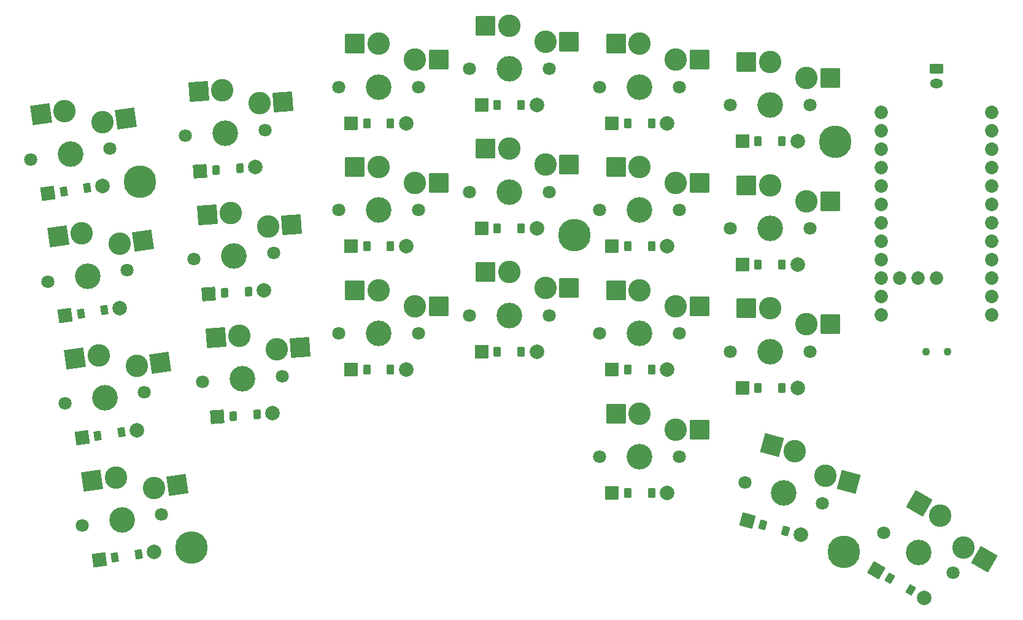
<source format=gbr>
%TF.GenerationSoftware,KiCad,Pcbnew,9.0.3*%
%TF.CreationDate,2025-07-25T16:03:50+02:00*%
%TF.ProjectId,left_pcb,6c656674-5f70-4636-922e-6b696361645f,v1.0.0*%
%TF.SameCoordinates,Original*%
%TF.FileFunction,Soldermask,Bot*%
%TF.FilePolarity,Negative*%
%FSLAX46Y46*%
G04 Gerber Fmt 4.6, Leading zero omitted, Abs format (unit mm)*
G04 Created by KiCad (PCBNEW 9.0.3) date 2025-07-25 16:03:50*
%MOMM*%
%LPD*%
G01*
G04 APERTURE LIST*
G04 Aperture macros list*
%AMRoundRect*
0 Rectangle with rounded corners*
0 $1 Rounding radius*
0 $2 $3 $4 $5 $6 $7 $8 $9 X,Y pos of 4 corners*
0 Add a 4 corners polygon primitive as box body*
4,1,4,$2,$3,$4,$5,$6,$7,$8,$9,$2,$3,0*
0 Add four circle primitives for the rounded corners*
1,1,$1+$1,$2,$3*
1,1,$1+$1,$4,$5*
1,1,$1+$1,$6,$7*
1,1,$1+$1,$8,$9*
0 Add four rect primitives between the rounded corners*
20,1,$1+$1,$2,$3,$4,$5,0*
20,1,$1+$1,$4,$5,$6,$7,0*
20,1,$1+$1,$6,$7,$8,$9,0*
20,1,$1+$1,$8,$9,$2,$3,0*%
G04 Aperture macros list end*
%ADD10C,1.100000*%
%ADD11RoundRect,0.050000X-0.756623X-1.004073X1.004073X-0.756623X0.756623X1.004073X-1.004073X0.756623X0*%
%ADD12RoundRect,0.050000X-0.362117X-0.656789X0.529124X-0.531533X0.362117X0.656789X-0.529124X0.531533X0*%
%ADD13C,2.005000*%
%ADD14C,1.801800*%
%ADD15C,3.100000*%
%ADD16C,3.529000*%
%ADD17RoundRect,0.050000X-1.300000X-1.300000X1.300000X-1.300000X1.300000X1.300000X-1.300000X1.300000X0*%
%ADD18RoundRect,0.050000X-0.889000X-0.889000X0.889000X-0.889000X0.889000X0.889000X-0.889000X0.889000X0*%
%ADD19RoundRect,0.050000X-0.450000X-0.600000X0.450000X-0.600000X0.450000X0.600000X-0.450000X0.600000X0*%
%ADD20RoundRect,0.050000X-1.775833X-0.475833X0.475833X-1.775833X1.775833X0.475833X-0.475833X1.775833X0*%
%ADD21C,0.800000*%
%ADD22C,4.500000*%
%ADD23RoundRect,0.050000X-0.850000X0.600000X-0.850000X-0.600000X0.850000X-0.600000X0.850000X0.600000X0*%
%ADD24O,1.800000X1.300000*%
%ADD25RoundRect,0.050000X-0.824821X-0.948848X0.948848X-0.824821X0.824821X0.948848X-0.948848X0.824821X0*%
%ADD26RoundRect,0.050000X-0.407050X-0.629929X0.490758X-0.567148X0.407050X0.629929X-0.490758X0.567148X0*%
%ADD27RoundRect,0.050000X-1.214397X-0.325397X0.325397X-1.214397X1.214397X0.325397X-0.325397X1.214397X0*%
%ADD28RoundRect,0.050000X-0.689711X-0.294615X0.089711X-0.744615X0.689711X0.294615X-0.089711X0.744615X0*%
%ADD29RoundRect,0.050000X-1.206150X-1.387517X1.387517X-1.206150X1.206150X1.387517X-1.387517X1.206150X0*%
%ADD30C,1.852600*%
%ADD31RoundRect,0.050000X-1.106423X-1.468274X1.468274X-1.106423X1.106423X1.468274X-1.468274X1.106423X0*%
%ADD32RoundRect,0.050000X-1.088798X-0.628618X0.628618X-1.088798X1.088798X0.628618X-0.628618X1.088798X0*%
%ADD33RoundRect,0.050000X-0.589958X-0.463087X0.279375X-0.696024X0.589958X0.463087X-0.279375X0.696024X0*%
%ADD34RoundRect,0.050000X-1.592168X-0.919239X0.919239X-1.592168X1.592168X0.919239X-0.919239X1.592168X0*%
G04 APERTURE END LIST*
D10*
%TO.C,T1*%
X200958333Y-125028053D03*
X197958339Y-125028055D03*
%TD*%
D11*
%TO.C,D3*%
X79217200Y-120089082D03*
D12*
X81356179Y-119788464D03*
X84624063Y-119329198D03*
D13*
X86763042Y-119028580D03*
%TD*%
D14*
%TO.C,S9*%
X116958333Y-105528058D03*
D15*
X122458333Y-99578058D03*
D16*
X122458333Y-105528058D03*
D15*
X127458332Y-101778056D03*
D14*
X127958333Y-105528058D03*
D17*
X119183333Y-99578058D03*
X130733333Y-101778058D03*
%TD*%
D18*
%TO.C,D8*%
X118648337Y-127528055D03*
D19*
X120808337Y-127528055D03*
X124108337Y-127528055D03*
D13*
X126268337Y-127528055D03*
%TD*%
D18*
%TO.C,D14*%
X154648336Y-144528055D03*
D19*
X156808336Y-144528055D03*
X160108336Y-144528055D03*
D13*
X162268336Y-144528055D03*
%TD*%
D18*
%TO.C,D12*%
X136648335Y-108028054D03*
D19*
X138808335Y-108028054D03*
X142108335Y-108028054D03*
D13*
X144268335Y-108028054D03*
%TD*%
D14*
%TO.C,S17*%
X152958339Y-88528055D03*
D15*
X158458339Y-82578055D03*
D16*
X158458339Y-88528055D03*
D15*
X163458338Y-84778053D03*
D14*
X163958339Y-88528055D03*
D17*
X155183339Y-82578055D03*
X166733339Y-84778055D03*
%TD*%
D14*
%TO.C,S22*%
X192179936Y-150034878D03*
D15*
X199918076Y-147632027D03*
D16*
X196943076Y-152784878D03*
D15*
X203148203Y-152037281D03*
D14*
X201706216Y-155534878D03*
D20*
X197081843Y-145994527D03*
X205984436Y-153674783D03*
%TD*%
D11*
%TO.C,D2*%
X81583143Y-136923641D03*
D12*
X83722122Y-136623023D03*
X86990006Y-136163757D03*
D13*
X89128985Y-135863139D03*
%TD*%
D14*
%TO.C,S13*%
X134958337Y-86028056D03*
D15*
X140458337Y-80078056D03*
D16*
X140458337Y-86028056D03*
D15*
X145458336Y-82278054D03*
D14*
X145958337Y-86028056D03*
D17*
X137183337Y-80078056D03*
X148733337Y-82278056D03*
%TD*%
D18*
%TO.C,D9*%
X118648337Y-110528054D03*
D19*
X120808337Y-110528054D03*
X124108337Y-110528054D03*
D13*
X126268337Y-110528054D03*
%TD*%
D14*
%TO.C,S20*%
X170958336Y-91028054D03*
D15*
X176458336Y-85078054D03*
D16*
X176458336Y-91028054D03*
D15*
X181458335Y-87278052D03*
D14*
X181958336Y-91028054D03*
D17*
X173183336Y-85078054D03*
X184733336Y-87278054D03*
%TD*%
D21*
%TO.C,_4*%
X95014391Y-152304046D03*
X95330585Y-151081418D03*
X95655338Y-153392161D03*
X96877966Y-153708355D03*
D22*
X96648333Y-152074413D03*
D21*
X96418700Y-150440471D03*
X97641328Y-150756665D03*
X97966081Y-153067408D03*
X98282275Y-151844780D03*
%TD*%
D18*
%TO.C,D18*%
X172648334Y-130028053D03*
D19*
X174808334Y-130028053D03*
X178108334Y-130028053D03*
D13*
X180268334Y-130028053D03*
%TD*%
D23*
%TO.C,JST1*%
X199458334Y-86028062D03*
D24*
X199458340Y-88028052D03*
%TD*%
D11*
%TO.C,D1*%
X83949085Y-153758201D03*
D12*
X86088064Y-153457583D03*
X89355948Y-152998317D03*
D13*
X91494927Y-152697699D03*
%TD*%
D18*
%TO.C,D19*%
X172648336Y-113028055D03*
D19*
X174808336Y-113028055D03*
X178108336Y-113028055D03*
D13*
X180268336Y-113028055D03*
%TD*%
D14*
%TO.C,S10*%
X116958336Y-88528057D03*
D15*
X122458336Y-82578057D03*
D16*
X122458336Y-88528057D03*
D15*
X127458335Y-84778055D03*
D14*
X127958336Y-88528057D03*
D17*
X119183336Y-82578057D03*
X130733336Y-84778057D03*
%TD*%
D18*
%TO.C,D11*%
X136648333Y-125028055D03*
D19*
X138808333Y-125028055D03*
X142108333Y-125028055D03*
D13*
X144268333Y-125028055D03*
%TD*%
D25*
%TO.C,D6*%
X99027310Y-117107906D03*
D26*
X101182048Y-116957230D03*
X104474010Y-116727038D03*
D13*
X106628748Y-116576362D03*
%TD*%
D14*
%TO.C,S14*%
X152958332Y-139528053D03*
D15*
X158458332Y-133578053D03*
D16*
X158458332Y-139528053D03*
D15*
X163458331Y-135778051D03*
D14*
X163958332Y-139528053D03*
D17*
X155183332Y-133578053D03*
X166733332Y-135778053D03*
%TD*%
D27*
%TO.C,D22*%
X191143519Y-155210005D03*
D28*
X193014134Y-156290005D03*
X195872018Y-157940005D03*
D13*
X197742633Y-159020005D03*
%TD*%
D18*
%TO.C,D17*%
X154648337Y-93528052D03*
D19*
X156808337Y-93528052D03*
X160108337Y-93528052D03*
D13*
X162268337Y-93528052D03*
%TD*%
D18*
%TO.C,D20*%
X172648334Y-96028060D03*
D19*
X174808334Y-96028060D03*
X178108334Y-96028060D03*
D13*
X180268334Y-96028060D03*
%TD*%
D14*
%TO.C,S7*%
X95806784Y-95279388D03*
D15*
X100878335Y-88960221D03*
D16*
X101293386Y-94895727D03*
D15*
X106019619Y-90806079D03*
D14*
X106779988Y-94512066D03*
D29*
X97611313Y-89188673D03*
X109286642Y-90577627D03*
%TD*%
D30*
%TO.C,MCU1*%
X191838332Y-92058056D03*
X191838330Y-94598057D03*
X191838332Y-97138056D03*
X191838332Y-99678056D03*
X191838332Y-102218056D03*
X191838332Y-104758056D03*
X191838332Y-107298056D03*
X191838332Y-109838056D03*
X191838332Y-112378056D03*
X191838332Y-114918056D03*
X191838331Y-117458059D03*
X191838332Y-119998056D03*
X207078332Y-119998056D03*
X207078334Y-117458055D03*
X207078332Y-114918056D03*
X207078332Y-112378056D03*
X207078332Y-109838056D03*
X207078332Y-107298056D03*
X207078332Y-104758056D03*
X207078332Y-102218056D03*
X207078332Y-99678056D03*
X207078332Y-97138056D03*
X207078333Y-94598053D03*
X207078332Y-92058056D03*
X194378332Y-114918056D03*
X196918332Y-114918056D03*
X199458332Y-114918056D03*
%TD*%
D21*
%TO.C,_3*%
X147808335Y-108978058D03*
X148291609Y-107811332D03*
X148291609Y-110144784D03*
X149458335Y-107328058D03*
D22*
X149458335Y-108978058D03*
D21*
X149458335Y-110628058D03*
X150625061Y-107811332D03*
X150625061Y-110144784D03*
X151108335Y-108978058D03*
%TD*%
D14*
%TO.C,S2*%
X79213719Y-132207505D03*
D15*
X83832113Y-125549958D03*
D16*
X84660193Y-131442053D03*
D15*
X89089635Y-127032683D03*
D14*
X90106667Y-130676601D03*
D31*
X80588983Y-126005751D03*
X92332762Y-126576890D03*
%TD*%
D21*
%TO.C,_2*%
X183808336Y-96128055D03*
X184291610Y-94961329D03*
X184291610Y-97294781D03*
X185458336Y-94478055D03*
D22*
X185458336Y-96128055D03*
D21*
X185458336Y-97778055D03*
X186625062Y-94961329D03*
X186625062Y-97294781D03*
X187108336Y-96128055D03*
%TD*%
%TO.C,_5*%
X185169906Y-151876605D03*
X186171797Y-151107828D03*
X185005071Y-153128656D03*
X187423848Y-151272663D03*
D22*
X186598848Y-152701605D03*
D21*
X185773848Y-154130547D03*
X188192625Y-152274554D03*
X187025899Y-154295382D03*
X188027790Y-153526605D03*
%TD*%
D18*
%TO.C,D10*%
X118648335Y-93528051D03*
D19*
X120808335Y-93528051D03*
X124108335Y-93528051D03*
D13*
X126268335Y-93528051D03*
%TD*%
D32*
%TO.C,D21*%
X173354651Y-148354544D03*
D33*
X175441050Y-148913596D03*
X178628606Y-149767696D03*
D13*
X180715005Y-150326748D03*
%TD*%
D18*
%TO.C,D15*%
X154648334Y-127528057D03*
D19*
X156808334Y-127528057D03*
X160108334Y-127528057D03*
D13*
X162268334Y-127528057D03*
%TD*%
D14*
%TO.C,S12*%
X134958335Y-103028049D03*
D15*
X140458335Y-97078049D03*
D16*
X140458335Y-103028049D03*
D15*
X145458334Y-99278047D03*
D14*
X145958335Y-103028049D03*
D17*
X137183335Y-97078049D03*
X148733335Y-99278049D03*
%TD*%
D14*
%TO.C,S16*%
X152958332Y-105528056D03*
D15*
X158458332Y-99578056D03*
D16*
X158458332Y-105528056D03*
D15*
X163458331Y-101778054D03*
D14*
X163958332Y-105528056D03*
D17*
X155183332Y-99578056D03*
X166733332Y-101778056D03*
%TD*%
D14*
%TO.C,S11*%
X134958334Y-120028055D03*
D15*
X140458334Y-114078055D03*
D16*
X140458334Y-120028055D03*
D15*
X145458333Y-116278053D03*
D14*
X145958334Y-120028055D03*
D17*
X137183334Y-114078055D03*
X148733334Y-116278055D03*
%TD*%
D25*
%TO.C,D5*%
X100213169Y-134066492D03*
D26*
X102367907Y-133915816D03*
X105659869Y-133685624D03*
D13*
X107814607Y-133534948D03*
%TD*%
D11*
%TO.C,D4*%
X76851258Y-103254527D03*
D12*
X78990237Y-102953909D03*
X82258121Y-102494643D03*
D13*
X84397100Y-102194025D03*
%TD*%
D14*
%TO.C,S4*%
X74481838Y-98538388D03*
D15*
X79100232Y-91880841D03*
D16*
X79928312Y-97772936D03*
D15*
X84357754Y-93363566D03*
D14*
X85374786Y-97007484D03*
D31*
X75857102Y-92336634D03*
X87600881Y-92907773D03*
%TD*%
D14*
%TO.C,S21*%
X173016332Y-143087514D03*
D15*
X179868897Y-138763760D03*
D16*
X178328924Y-144511019D03*
D15*
X184129125Y-142182890D03*
D14*
X183641516Y-145934524D03*
D34*
X176705490Y-137916128D03*
X187292532Y-143030525D03*
%TD*%
D14*
%TO.C,S1*%
X81579665Y-149042057D03*
D15*
X86198059Y-142384510D03*
D16*
X87026139Y-148276605D03*
D15*
X91455581Y-143867235D03*
D14*
X92472613Y-147511153D03*
D31*
X82954929Y-142840303D03*
X94698708Y-143411442D03*
%TD*%
D14*
%TO.C,S3*%
X76847783Y-115372948D03*
D15*
X81466177Y-108715401D03*
D16*
X82294257Y-114607496D03*
D15*
X86723699Y-110198126D03*
D14*
X87740731Y-113842044D03*
D31*
X78223047Y-109171194D03*
X89966826Y-109742333D03*
%TD*%
D14*
%TO.C,S19*%
X170958338Y-108028058D03*
D15*
X176458338Y-102078058D03*
D16*
X176458338Y-108028058D03*
D15*
X181458337Y-104278056D03*
D14*
X181958338Y-108028058D03*
D17*
X173183338Y-102078058D03*
X184733338Y-104278058D03*
%TD*%
D14*
%TO.C,S6*%
X96992643Y-112237978D03*
D15*
X102064194Y-105918811D03*
D16*
X102479245Y-111854317D03*
D15*
X107205478Y-107764669D03*
D14*
X107965847Y-111470656D03*
D29*
X98797172Y-106147263D03*
X110472501Y-107536217D03*
%TD*%
D25*
%TO.C,D7*%
X97841449Y-100149319D03*
D26*
X99996187Y-99998643D03*
X103288149Y-99768451D03*
D13*
X105442887Y-99617775D03*
%TD*%
D18*
%TO.C,D13*%
X136648335Y-91028054D03*
D19*
X138808335Y-91028054D03*
X142108335Y-91028054D03*
D13*
X144268335Y-91028054D03*
%TD*%
D14*
%TO.C,S5*%
X98178504Y-129196564D03*
D15*
X103250055Y-122877397D03*
D16*
X103665106Y-128812903D03*
D15*
X108391339Y-124723255D03*
D14*
X109151708Y-128429242D03*
D29*
X99983033Y-123105849D03*
X111658362Y-124494803D03*
%TD*%
D14*
%TO.C,S18*%
X170958333Y-125028056D03*
D15*
X176458333Y-119078056D03*
D16*
X176458333Y-125028056D03*
D15*
X181458332Y-121278054D03*
D14*
X181958333Y-125028056D03*
D17*
X173183333Y-119078056D03*
X184733333Y-121278056D03*
%TD*%
D14*
%TO.C,S15*%
X152958333Y-122528053D03*
D15*
X158458333Y-116578053D03*
D16*
X158458333Y-122528053D03*
D15*
X163458332Y-118778051D03*
D14*
X163958333Y-122528053D03*
D17*
X155183333Y-116578053D03*
X166733333Y-118778053D03*
%TD*%
D18*
%TO.C,D16*%
X154648337Y-110528052D03*
D19*
X156808337Y-110528052D03*
X160108337Y-110528052D03*
D13*
X162268337Y-110528052D03*
%TD*%
D21*
%TO.C,_1*%
X87916566Y-101800375D03*
X88232760Y-100577747D03*
X88557513Y-102888490D03*
X89780141Y-103204684D03*
D22*
X89550508Y-101570742D03*
D21*
X89320875Y-99936800D03*
X90543503Y-100252994D03*
X90868256Y-102563737D03*
X91184450Y-101341109D03*
%TD*%
D14*
%TO.C,S8*%
X116958333Y-122528058D03*
D15*
X122458333Y-116578058D03*
D16*
X122458333Y-122528058D03*
D15*
X127458332Y-118778056D03*
D14*
X127958333Y-122528058D03*
D17*
X119183333Y-116578058D03*
X130733333Y-118778058D03*
%TD*%
M02*

</source>
